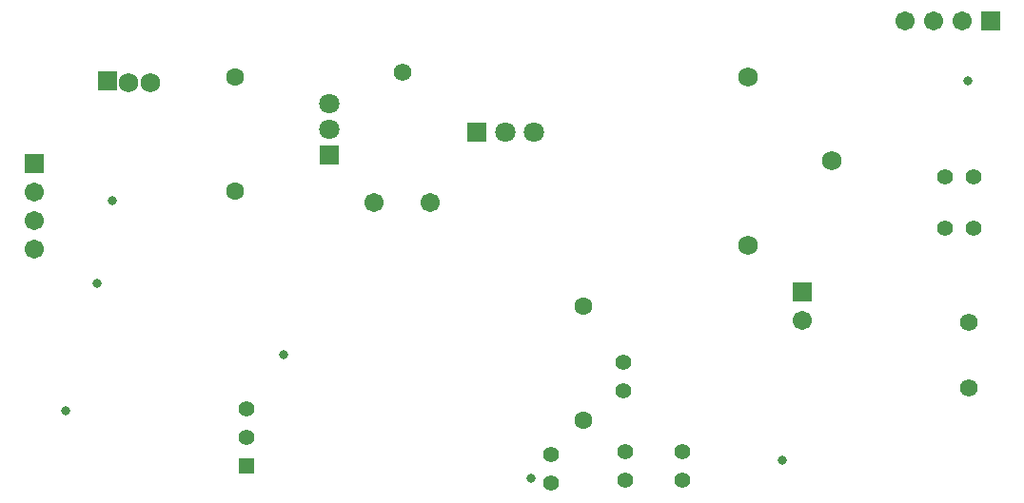
<source format=gbs>
G04*
G04 #@! TF.GenerationSoftware,Altium Limited,Altium Designer,21.8.1 (53)*
G04*
G04 Layer_Color=16711935*
%FSLAX44Y44*%
%MOMM*%
G71*
G04*
G04 #@! TF.SameCoordinates,18E747F8-F2A1-401C-BF7A-ED7554101EA9*
G04*
G04*
G04 #@! TF.FilePolarity,Negative*
G04*
G01*
G75*
%ADD29C,1.4032*%
%ADD30R,1.4032X1.4032*%
%ADD31C,1.7272*%
%ADD32R,1.7272X1.7272*%
%ADD33C,1.8032*%
%ADD34R,1.8032X1.8032*%
%ADD35C,1.8032*%
%ADD36R,1.8032X1.8032*%
%ADD37C,1.5700*%
%ADD38C,1.7032*%
%ADD39R,1.7032X1.7032*%
%ADD40R,1.7032X1.7032*%
%ADD41C,1.6032*%
%ADD42C,0.8128*%
D29*
X485140Y96520D02*
D03*
Y71120D02*
D03*
X214630Y111760D02*
D03*
Y137160D02*
D03*
X861060Y344170D02*
D03*
X835660D02*
D03*
Y298450D02*
D03*
X861060D02*
D03*
X601980Y99060D02*
D03*
Y73660D02*
D03*
X551180D02*
D03*
Y99060D02*
D03*
X549910Y153670D02*
D03*
Y179070D02*
D03*
D30*
X214630Y86360D02*
D03*
D31*
X128905Y427673D02*
D03*
X109220Y427990D02*
D03*
X735330Y358140D02*
D03*
X660330Y433140D02*
D03*
Y283140D02*
D03*
D32*
X90805Y428942D02*
D03*
D33*
X288290Y408880D02*
D03*
Y386080D02*
D03*
D34*
Y363280D02*
D03*
D35*
X444500Y383540D02*
D03*
X469900D02*
D03*
D36*
X419100D02*
D03*
D37*
X353060Y436880D02*
D03*
X857250Y156210D02*
D03*
Y214630D02*
D03*
D38*
X800100Y482600D02*
D03*
X825500D02*
D03*
X850900D02*
D03*
X708660Y215900D02*
D03*
X327660Y321310D02*
D03*
X377660D02*
D03*
X25400Y330200D02*
D03*
Y279400D02*
D03*
Y304800D02*
D03*
D39*
X876300Y482600D02*
D03*
D40*
X708660Y241300D02*
D03*
X25400Y355600D02*
D03*
D41*
X514350Y127000D02*
D03*
Y228600D02*
D03*
X204470Y433070D02*
D03*
Y331470D02*
D03*
D42*
X53340Y135890D02*
D03*
X81280Y248920D02*
D03*
X95250Y322580D02*
D03*
X855980Y429260D02*
D03*
X247650Y185420D02*
D03*
X467802Y75111D02*
D03*
X691215Y91582D02*
D03*
M02*

</source>
